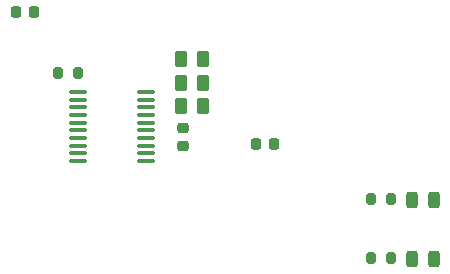
<source format=gbr>
%TF.GenerationSoftware,KiCad,Pcbnew,8.0.7*%
%TF.CreationDate,2025-04-18T18:12:16+03:00*%
%TF.ProjectId,PUBG_KEY,50554247-5f4b-4455-992e-6b696361645f,rev?*%
%TF.SameCoordinates,Original*%
%TF.FileFunction,Paste,Top*%
%TF.FilePolarity,Positive*%
%FSLAX46Y46*%
G04 Gerber Fmt 4.6, Leading zero omitted, Abs format (unit mm)*
G04 Created by KiCad (PCBNEW 8.0.7) date 2025-04-18 18:12:16*
%MOMM*%
%LPD*%
G01*
G04 APERTURE LIST*
G04 Aperture macros list*
%AMRoundRect*
0 Rectangle with rounded corners*
0 $1 Rounding radius*
0 $2 $3 $4 $5 $6 $7 $8 $9 X,Y pos of 4 corners*
0 Add a 4 corners polygon primitive as box body*
4,1,4,$2,$3,$4,$5,$6,$7,$8,$9,$2,$3,0*
0 Add four circle primitives for the rounded corners*
1,1,$1+$1,$2,$3*
1,1,$1+$1,$4,$5*
1,1,$1+$1,$6,$7*
1,1,$1+$1,$8,$9*
0 Add four rect primitives between the rounded corners*
20,1,$1+$1,$2,$3,$4,$5,0*
20,1,$1+$1,$4,$5,$6,$7,0*
20,1,$1+$1,$6,$7,$8,$9,0*
20,1,$1+$1,$8,$9,$2,$3,0*%
G04 Aperture macros list end*
%ADD10RoundRect,0.200000X-0.200000X-0.275000X0.200000X-0.275000X0.200000X0.275000X-0.200000X0.275000X0*%
%ADD11RoundRect,0.225000X0.225000X0.250000X-0.225000X0.250000X-0.225000X-0.250000X0.225000X-0.250000X0*%
%ADD12RoundRect,0.225000X-0.250000X0.225000X-0.250000X-0.225000X0.250000X-0.225000X0.250000X0.225000X0*%
%ADD13RoundRect,0.243750X0.243750X0.456250X-0.243750X0.456250X-0.243750X-0.456250X0.243750X-0.456250X0*%
%ADD14RoundRect,0.100000X-0.637500X-0.100000X0.637500X-0.100000X0.637500X0.100000X-0.637500X0.100000X0*%
%ADD15RoundRect,0.250000X-0.262500X-0.450000X0.262500X-0.450000X0.262500X0.450000X-0.262500X0.450000X0*%
G04 APERTURE END LIST*
D10*
%TO.C,R1*%
X65965000Y-74940000D03*
X67615000Y-74940000D03*
%TD*%
%TO.C,R10*%
X92472500Y-85620000D03*
X94122500Y-85620000D03*
%TD*%
D11*
%TO.C,C3*%
X84245000Y-80970000D03*
X82695000Y-80970000D03*
%TD*%
D12*
%TO.C,C4*%
X76550000Y-79625000D03*
X76550000Y-81175000D03*
%TD*%
D13*
%TO.C,Run*%
X97790000Y-85680000D03*
X95915000Y-85680000D03*
%TD*%
D10*
%TO.C,R9*%
X92467500Y-90640000D03*
X94117500Y-90640000D03*
%TD*%
D11*
%TO.C,C7*%
X63940000Y-69810000D03*
X62390000Y-69810000D03*
%TD*%
D14*
%TO.C,U1*%
X67637500Y-76575000D03*
X67637500Y-77225000D03*
X67637500Y-77875000D03*
X67637500Y-78525000D03*
X67637500Y-79175000D03*
X67637500Y-79825000D03*
X67637500Y-80475000D03*
X67637500Y-81125000D03*
X67637500Y-81775000D03*
X67637500Y-82425000D03*
X73362500Y-82425000D03*
X73362500Y-81775000D03*
X73362500Y-81125000D03*
X73362500Y-80475000D03*
X73362500Y-79825000D03*
X73362500Y-79175000D03*
X73362500Y-78525000D03*
X73362500Y-77875000D03*
X73362500Y-77225000D03*
X73362500Y-76575000D03*
%TD*%
D15*
%TO.C,R2*%
X76395000Y-75770000D03*
X78220000Y-75770000D03*
%TD*%
%TO.C,R4*%
X76395000Y-73770000D03*
X78220000Y-73770000D03*
%TD*%
D13*
%TO.C,Key*%
X97790000Y-90730000D03*
X95915000Y-90730000D03*
%TD*%
D15*
%TO.C,R3*%
X76395000Y-77770000D03*
X78220000Y-77770000D03*
%TD*%
M02*

</source>
